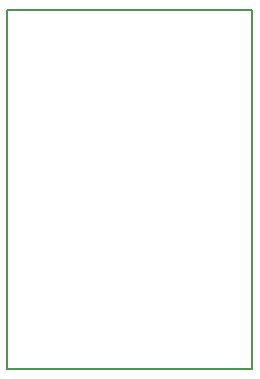
<source format=gbo>
G04 MADE WITH FRITZING*
G04 WWW.FRITZING.ORG*
G04 DOUBLE SIDED*
G04 HOLES PLATED*
G04 CONTOUR ON CENTER OF CONTOUR VECTOR*
%ASAXBY*%
%FSLAX23Y23*%
%MOIN*%
%OFA0B0*%
%SFA1.0B1.0*%
%ADD10R,0.824504X1.203810X0.808504X1.187810*%
%ADD11C,0.008000*%
%LNSILK0*%
G90*
G70*
G54D11*
X4Y1200D02*
X821Y1200D01*
X821Y4D01*
X4Y4D01*
X4Y1200D01*
D02*
G04 End of Silk0*
M02*
</source>
